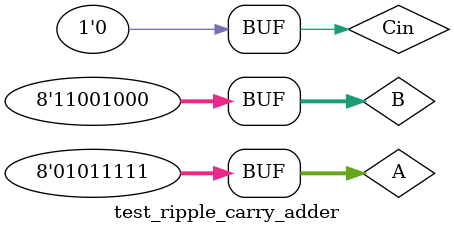
<source format=v>
`timescale 1ns / 1ps

module test_ripple_carry_adder;

        // Inputs
        reg [7:0] A;
        reg [7:0] B;
        reg Cin;

        // Outputs
        wire [7:0] S;
        wire Cout;

        // Instantiate the Unit Under Test (UUT)
        ripple_carry_adder #(
                .DATA_WIDTH(8)
        ) uut (
                .S(S),
                .Cout(Cout),
                .A(A),
                .B(B),
                .Cin(Cin)
        );

        initial begin
                // Initialize Inputs
                A = 0;
                B = 0;
                Cin = 0;

                // Wait 100 ns for global reset to finish
                #100;

                // Add stimulus here
                A = 15; B = 20;
                #100 A = 7; B = 44;
                #100 A = 130; B = 17;
                #100 A = 174; B = 100;
                #100 A = 95; B = 200;
        end
endmodule

</source>
